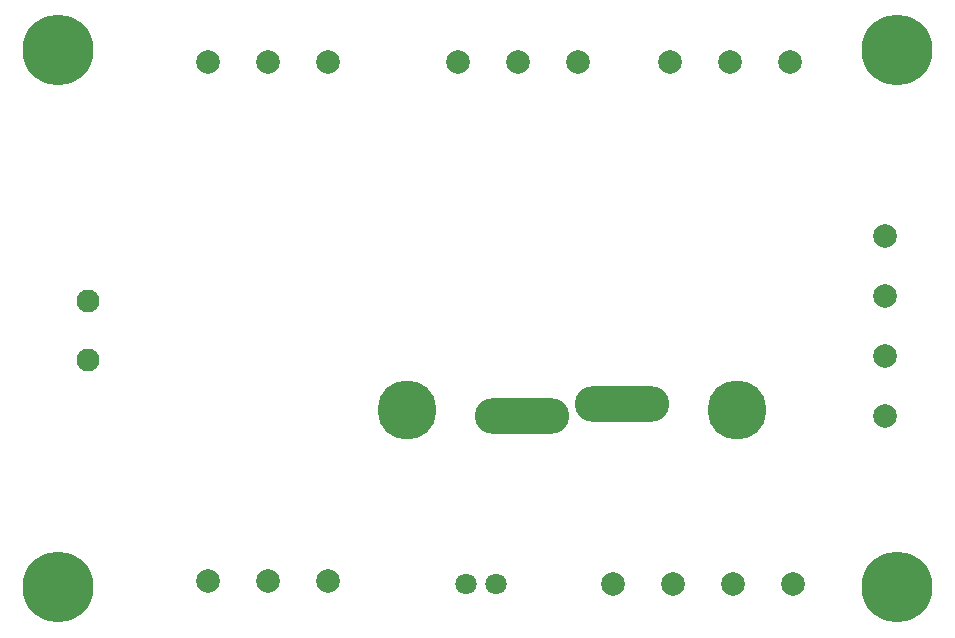
<source format=gbr>
%TF.GenerationSoftware,Altium Limited,Altium Designer,21.8.1 (53)*%
G04 Layer_Color=255*
%FSLAX43Y43*%
%MOMM*%
%TF.SameCoordinates,B73FB20E-E6E7-419C-BECD-306DA7CCED71*%
%TF.FilePolarity,Positive*%
%TF.FileFunction,Pads,Bot*%
%TF.Part,Single*%
G01*
G75*
%TA.AperFunction,ComponentPad*%
%ADD13C,2.000*%
%ADD14C,5.000*%
%ADD15O,8.000X3.000*%
%ADD16C,1.800*%
%TA.AperFunction,ViaPad*%
%ADD17C,6.000*%
%TA.AperFunction,ComponentPad*%
%ADD18C,1.950*%
D13*
X66500Y49000D02*
D03*
X61420D02*
D03*
X56340D02*
D03*
X38340D02*
D03*
X43420D02*
D03*
X48500D02*
D03*
X66740Y4813D02*
D03*
X61660D02*
D03*
X56580D02*
D03*
X51500D02*
D03*
X74500Y34290D02*
D03*
Y29210D02*
D03*
Y24130D02*
D03*
Y19050D02*
D03*
X17170Y5000D02*
D03*
X22250D02*
D03*
X27330D02*
D03*
Y49000D02*
D03*
X22250D02*
D03*
X17170D02*
D03*
D14*
X62000Y19500D02*
D03*
X34000D02*
D03*
D15*
X43750Y19000D02*
D03*
X52250Y20000D02*
D03*
D16*
X41540Y4813D02*
D03*
X39000D02*
D03*
D17*
X75500Y50000D02*
D03*
Y4500D02*
D03*
X4500Y50000D02*
D03*
Y4500D02*
D03*
D18*
X6985Y23749D02*
D03*
Y28749D02*
D03*
%TF.MD5,f518c258fc125275bbfbabc0b2c03a05*%
M02*

</source>
